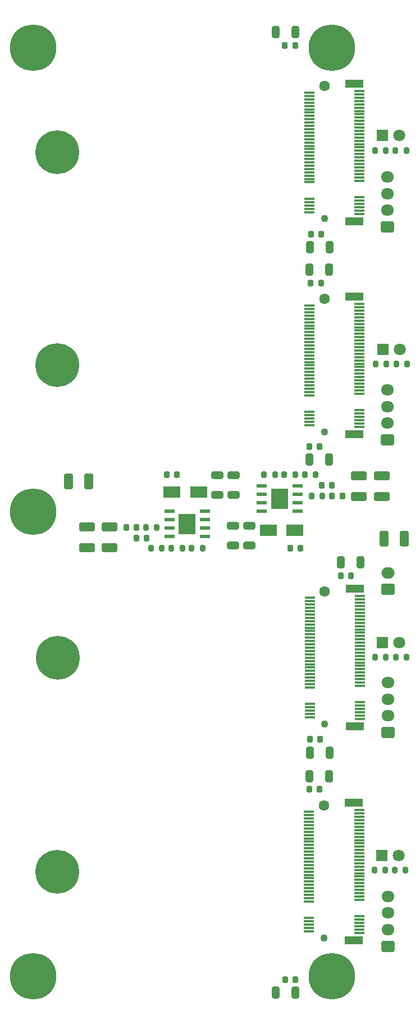
<source format=gbs>
%TF.GenerationSoftware,KiCad,Pcbnew,6.0.11-2627ca5db0~126~ubuntu20.04.1*%
%TF.CreationDate,2023-02-14T13:04:39+06:00*%
%TF.ProjectId,Router_Modems,526f7574-6572-45f4-9d6f-64656d732e6b,rev?*%
%TF.SameCoordinates,PX3975790PY2486960*%
%TF.FileFunction,Soldermask,Bot*%
%TF.FilePolarity,Negative*%
%FSLAX46Y46*%
G04 Gerber Fmt 4.6, Leading zero omitted, Abs format (unit mm)*
G04 Created by KiCad (PCBNEW 6.0.11-2627ca5db0~126~ubuntu20.04.1) date 2023-02-14 13:04:39*
%MOMM*%
%LPD*%
G01*
G04 APERTURE LIST*
G04 Aperture macros list*
%AMRoundRect*
0 Rectangle with rounded corners*
0 $1 Rounding radius*
0 $2 $3 $4 $5 $6 $7 $8 $9 X,Y pos of 4 corners*
0 Add a 4 corners polygon primitive as box body*
4,1,4,$2,$3,$4,$5,$6,$7,$8,$9,$2,$3,0*
0 Add four circle primitives for the rounded corners*
1,1,$1+$1,$2,$3*
1,1,$1+$1,$4,$5*
1,1,$1+$1,$6,$7*
1,1,$1+$1,$8,$9*
0 Add four rect primitives between the rounded corners*
20,1,$1+$1,$2,$3,$4,$5,0*
20,1,$1+$1,$4,$5,$6,$7,0*
20,1,$1+$1,$6,$7,$8,$9,0*
20,1,$1+$1,$8,$9,$2,$3,0*%
G04 Aperture macros list end*
%ADD10R,1.800000X1.800000*%
%ADD11C,1.800000*%
%ADD12C,7.000000*%
%ADD13RoundRect,0.250000X0.725000X-0.600000X0.725000X0.600000X-0.725000X0.600000X-0.725000X-0.600000X0*%
%ADD14O,1.950000X1.700000*%
%ADD15RoundRect,0.250000X0.750000X-0.600000X0.750000X0.600000X-0.750000X0.600000X-0.750000X-0.600000X0*%
%ADD16O,2.000000X1.700000*%
%ADD17RoundRect,0.225000X0.225000X0.250000X-0.225000X0.250000X-0.225000X-0.250000X0.225000X-0.250000X0*%
%ADD18RoundRect,0.250000X0.925000X-0.412500X0.925000X0.412500X-0.925000X0.412500X-0.925000X-0.412500X0*%
%ADD19RoundRect,0.200000X0.200000X0.275000X-0.200000X0.275000X-0.200000X-0.275000X0.200000X-0.275000X0*%
%ADD20RoundRect,0.250000X-0.325000X-0.650000X0.325000X-0.650000X0.325000X0.650000X-0.325000X0.650000X0*%
%ADD21C,6.600000*%
%ADD22C,1.600000*%
%ADD23C,1.100000*%
%ADD24R,1.550000X0.300000*%
%ADD25R,2.750000X1.200000*%
%ADD26RoundRect,0.200000X-0.200000X-0.275000X0.200000X-0.275000X0.200000X0.275000X-0.200000X0.275000X0*%
%ADD27RoundRect,0.225000X-0.225000X-0.250000X0.225000X-0.250000X0.225000X0.250000X-0.225000X0.250000X0*%
%ADD28RoundRect,0.250000X0.325000X0.650000X-0.325000X0.650000X-0.325000X-0.650000X0.325000X-0.650000X0*%
%ADD29RoundRect,0.250000X-0.650000X0.325000X-0.650000X-0.325000X0.650000X-0.325000X0.650000X0.325000X0*%
%ADD30R,2.500000X1.800000*%
%ADD31RoundRect,0.250000X0.650000X-0.325000X0.650000X0.325000X-0.650000X0.325000X-0.650000X-0.325000X0*%
%ADD32RoundRect,0.250000X0.412500X0.925000X-0.412500X0.925000X-0.412500X-0.925000X0.412500X-0.925000X0*%
%ADD33R,1.550000X0.600000*%
%ADD34R,2.600000X3.100000*%
%ADD35RoundRect,0.250000X-0.925000X0.412500X-0.925000X-0.412500X0.925000X-0.412500X0.925000X0.412500X0*%
%ADD36RoundRect,0.250000X-0.412500X-0.925000X0.412500X-0.925000X0.412500X0.925000X-0.412500X0.925000X0*%
G04 APERTURE END LIST*
D10*
%TO.C,D1*%
X52620000Y-89700000D03*
D11*
X55160000Y-89700000D03*
%TD*%
D12*
%TO.C,H1*%
X0Y0D03*
%TD*%
D10*
%TO.C,D3*%
X52595000Y-121800000D03*
D11*
X55135000Y-121800000D03*
%TD*%
D13*
%TO.C,X12*%
X53425000Y-59100000D03*
D14*
X53425000Y-56600000D03*
X53425000Y-54100000D03*
X53425000Y-51600000D03*
%TD*%
D13*
%TO.C,X13*%
X53425000Y-27000000D03*
D14*
X53425000Y-24500000D03*
X53425000Y-22000000D03*
X53425000Y-19500000D03*
%TD*%
D13*
%TO.C,X9*%
X53475000Y-135450000D03*
D14*
X53475000Y-132950000D03*
X53475000Y-130450000D03*
X53475000Y-127950000D03*
%TD*%
D10*
%TO.C,D5*%
X52770000Y-45500000D03*
D11*
X55310000Y-45500000D03*
%TD*%
D12*
%TO.C,H5*%
X45000000Y-140000000D03*
%TD*%
%TO.C,H4*%
X45000000Y0D03*
%TD*%
%TO.C,H3*%
X0Y-140000000D03*
%TD*%
%TO.C,H2*%
X0Y-70000000D03*
%TD*%
D15*
%TO.C,X2*%
X53525000Y-81675000D03*
D16*
X53525000Y-79175000D03*
%TD*%
D10*
%TO.C,D6*%
X52625000Y-13250000D03*
D11*
X55165000Y-13250000D03*
%TD*%
D13*
%TO.C,X8*%
X53475000Y-103200000D03*
D14*
X53475000Y-100700000D03*
X53475000Y-98200000D03*
X53475000Y-95700000D03*
%TD*%
D17*
%TO.C,C21*%
X45050000Y-65950000D03*
X43500000Y-65950000D03*
%TD*%
D18*
%TO.C,C24*%
X52550000Y-67637500D03*
X52550000Y-64562500D03*
%TD*%
D19*
%TO.C,R2*%
X25550000Y-75490000D03*
X23900000Y-75490000D03*
%TD*%
D20*
%TO.C,C34*%
X41725000Y-30100000D03*
X44675000Y-30100000D03*
%TD*%
D21*
%TO.C,N2*%
X3612500Y-124200000D03*
%TD*%
D22*
%TO.C,X5*%
X43862500Y-114200000D03*
D23*
X43862500Y-134200000D03*
D24*
X49137500Y-133450000D03*
X41587500Y-133200000D03*
X49137500Y-132950000D03*
X41587500Y-132700000D03*
X49137500Y-132450000D03*
X41587500Y-132200000D03*
X49137500Y-131950000D03*
X41587500Y-131700000D03*
X49137500Y-131450000D03*
X41587500Y-131200000D03*
X49137500Y-130950000D03*
X41587500Y-128700000D03*
X49137500Y-128450000D03*
X41587500Y-128200000D03*
X49137500Y-127950000D03*
X41587500Y-127700000D03*
X49137500Y-127450000D03*
X41587500Y-127200000D03*
X49137500Y-126950000D03*
X41587500Y-126700000D03*
X49137500Y-126450000D03*
X41587500Y-126200000D03*
X49137500Y-125950000D03*
X41587500Y-125700000D03*
X49137500Y-125450000D03*
X41587500Y-125200000D03*
X49137500Y-124950000D03*
X41587500Y-124700000D03*
X49137500Y-124450000D03*
X41587500Y-124200000D03*
X49137500Y-123950000D03*
X41587500Y-123700000D03*
X49137500Y-123450000D03*
X41587500Y-123200000D03*
X49137500Y-122950000D03*
X41587500Y-122700000D03*
X49137500Y-122450000D03*
X41587500Y-122200000D03*
X49137500Y-121950000D03*
X41587500Y-121700000D03*
X49137500Y-121450000D03*
X41587500Y-121200000D03*
X49137500Y-120950000D03*
X41587500Y-120700000D03*
X49137500Y-120450000D03*
X41587500Y-120200000D03*
X49137500Y-119950000D03*
X41587500Y-119700000D03*
X49137500Y-119450000D03*
X41587500Y-119200000D03*
X49137500Y-118950000D03*
X41587500Y-118700000D03*
X49137500Y-118450000D03*
X41587500Y-118200000D03*
X49137500Y-117950000D03*
X41587500Y-117700000D03*
X49137500Y-117450000D03*
X41587500Y-117200000D03*
X49137500Y-116950000D03*
X41587500Y-116700000D03*
X49137500Y-116450000D03*
X41587500Y-116200000D03*
X49137500Y-115950000D03*
X41587500Y-115700000D03*
X49137500Y-115450000D03*
X41587500Y-115200000D03*
X49137500Y-114950000D03*
D25*
X48362500Y-134550000D03*
X48362500Y-113850000D03*
%TD*%
D26*
%TO.C,R6*%
X17750000Y-75500000D03*
X19400000Y-75500000D03*
%TD*%
D27*
%TO.C,C28*%
X41617858Y-60100000D03*
X43167858Y-60100000D03*
%TD*%
D17*
%TO.C,C10*%
X21675000Y-64350000D03*
X20125000Y-64350000D03*
%TD*%
D28*
%TO.C,C2*%
X39525000Y-142450000D03*
X36575000Y-142450000D03*
%TD*%
D27*
%TO.C,C16*%
X41625000Y-111800000D03*
X43175000Y-111800000D03*
%TD*%
D19*
%TO.C,R11*%
X56400000Y-47650000D03*
X54750000Y-47650000D03*
%TD*%
D17*
%TO.C,C8*%
X15550000Y-72300000D03*
X14000000Y-72300000D03*
%TD*%
D29*
%TO.C,C19*%
X32550000Y-72100000D03*
X32550000Y-75050000D03*
%TD*%
D26*
%TO.C,R9*%
X34800000Y-64350000D03*
X36450000Y-64350000D03*
%TD*%
%TO.C,R8*%
X51425000Y-123950000D03*
X53075000Y-123950000D03*
%TD*%
D17*
%TO.C,C32*%
X39500000Y350000D03*
X37950000Y350000D03*
%TD*%
D30*
%TO.C,D2*%
X20925000Y-67015000D03*
X24925000Y-67015000D03*
%TD*%
D31*
%TO.C,C4*%
X30175000Y-67400000D03*
X30175000Y-64450000D03*
%TD*%
D27*
%TO.C,C9*%
X15575000Y-73900000D03*
X17125000Y-73900000D03*
%TD*%
D19*
%TO.C,R12*%
X42600000Y-64350000D03*
X40950000Y-64350000D03*
%TD*%
D20*
%TO.C,C25*%
X41675000Y-33500000D03*
X44625000Y-33500000D03*
%TD*%
D26*
%TO.C,R16*%
X51550000Y-15550000D03*
X53200000Y-15550000D03*
%TD*%
D27*
%TO.C,C20*%
X45050000Y-67550000D03*
X46600000Y-67550000D03*
%TD*%
D21*
%TO.C,N3*%
X3662500Y-47900000D03*
%TD*%
D20*
%TO.C,C17*%
X41675000Y-109800000D03*
X44625000Y-109800000D03*
%TD*%
D27*
%TO.C,C33*%
X41900000Y-28100000D03*
X43450000Y-28100000D03*
%TD*%
D18*
%TO.C,C26*%
X49100000Y-67637500D03*
X49100000Y-64562500D03*
%TD*%
D23*
%TO.C,X7*%
X43912500Y-57900000D03*
D22*
X43912500Y-37900000D03*
D24*
X49187500Y-57150000D03*
X41637500Y-56900000D03*
X49187500Y-56650000D03*
X41637500Y-56400000D03*
X49187500Y-56150000D03*
X41637500Y-55900000D03*
X49187500Y-55650000D03*
X41637500Y-55400000D03*
X49187500Y-55150000D03*
X41637500Y-54900000D03*
X49187500Y-54650000D03*
X41637500Y-52400000D03*
X49187500Y-52150000D03*
X41637500Y-51900000D03*
X49187500Y-51650000D03*
X41637500Y-51400000D03*
X49187500Y-51150000D03*
X41637500Y-50900000D03*
X49187500Y-50650000D03*
X41637500Y-50400000D03*
X49187500Y-50150000D03*
X41637500Y-49900000D03*
X49187500Y-49650000D03*
X41637500Y-49400000D03*
X49187500Y-49150000D03*
X41637500Y-48900000D03*
X49187500Y-48650000D03*
X41637500Y-48400000D03*
X49187500Y-48150000D03*
X41637500Y-47900000D03*
X49187500Y-47650000D03*
X41637500Y-47400000D03*
X49187500Y-47150000D03*
X41637500Y-46900000D03*
X49187500Y-46650000D03*
X41637500Y-46400000D03*
X49187500Y-46150000D03*
X41637500Y-45900000D03*
X49187500Y-45650000D03*
X41637500Y-45400000D03*
X49187500Y-45150000D03*
X41637500Y-44900000D03*
X49187500Y-44650000D03*
X41637500Y-44400000D03*
X49187500Y-44150000D03*
X41637500Y-43900000D03*
X49187500Y-43650000D03*
X41637500Y-43400000D03*
X49187500Y-43150000D03*
X41637500Y-42900000D03*
X49187500Y-42650000D03*
X41637500Y-42400000D03*
X49187500Y-42150000D03*
X41637500Y-41900000D03*
X49187500Y-41650000D03*
X41637500Y-41400000D03*
X49187500Y-41150000D03*
X41637500Y-40900000D03*
X49187500Y-40650000D03*
X41637500Y-40400000D03*
X49187500Y-40150000D03*
X41637500Y-39900000D03*
X49187500Y-39650000D03*
X41637500Y-39400000D03*
X49187500Y-39150000D03*
X41637500Y-38900000D03*
X49187500Y-38650000D03*
D25*
X48412500Y-58250000D03*
X48412500Y-37550000D03*
%TD*%
D31*
%TO.C,C6*%
X27775000Y-67400000D03*
X27775000Y-64450000D03*
%TD*%
D32*
%TO.C,C35*%
X8387500Y-65400000D03*
X5312500Y-65400000D03*
%TD*%
D26*
%TO.C,R10*%
X41950000Y-67550000D03*
X43600000Y-67550000D03*
%TD*%
D19*
%TO.C,R15*%
X56275000Y-15550000D03*
X54625000Y-15550000D03*
%TD*%
D28*
%TO.C,C31*%
X39500000Y2375000D03*
X36550000Y2375000D03*
%TD*%
D33*
%TO.C,U4*%
X34450000Y-69905000D03*
X34450000Y-68635000D03*
X34450000Y-67365000D03*
X34450000Y-66095000D03*
X39850000Y-66095000D03*
X39850000Y-67365000D03*
X39850000Y-68635000D03*
X39850000Y-69905000D03*
D34*
X37150000Y-68000000D03*
%TD*%
D19*
%TO.C,R13*%
X39525000Y-64350000D03*
X37875000Y-64350000D03*
%TD*%
D17*
%TO.C,C3*%
X39525000Y-140450000D03*
X37975000Y-140450000D03*
%TD*%
D27*
%TO.C,C22*%
X38725000Y-75450000D03*
X40275000Y-75450000D03*
%TD*%
D33*
%TO.C,U2*%
X25925000Y-69910000D03*
X25925000Y-71180000D03*
X25925000Y-72450000D03*
X25925000Y-73720000D03*
X20525000Y-73720000D03*
X20525000Y-72450000D03*
X20525000Y-71180000D03*
X20525000Y-69910000D03*
D34*
X23225000Y-71815000D03*
%TD*%
D30*
%TO.C,D4*%
X39450000Y-72775000D03*
X35450000Y-72775000D03*
%TD*%
D27*
%TO.C,C5*%
X46375000Y-79600000D03*
X47925000Y-79600000D03*
%TD*%
D21*
%TO.C,N1*%
X3662500Y-15800000D03*
%TD*%
D20*
%TO.C,C7*%
X46425000Y-77575000D03*
X49375000Y-77575000D03*
%TD*%
%TO.C,C13*%
X41725000Y-106300000D03*
X44675000Y-106300000D03*
%TD*%
D23*
%TO.C,X3*%
X43962500Y-101950000D03*
D22*
X43962500Y-81950000D03*
D24*
X49237500Y-101200000D03*
X41687500Y-100950000D03*
X49237500Y-100700000D03*
X41687500Y-100450000D03*
X49237500Y-100200000D03*
X41687500Y-99950000D03*
X49237500Y-99700000D03*
X41687500Y-99450000D03*
X49237500Y-99200000D03*
X41687500Y-98950000D03*
X49237500Y-98700000D03*
X41687500Y-96450000D03*
X49237500Y-96200000D03*
X41687500Y-95950000D03*
X49237500Y-95700000D03*
X41687500Y-95450000D03*
X49237500Y-95200000D03*
X41687500Y-94950000D03*
X49237500Y-94700000D03*
X41687500Y-94450000D03*
X49237500Y-94200000D03*
X41687500Y-93950000D03*
X49237500Y-93700000D03*
X41687500Y-93450000D03*
X49237500Y-93200000D03*
X41687500Y-92950000D03*
X49237500Y-92700000D03*
X41687500Y-92450000D03*
X49237500Y-92200000D03*
X41687500Y-91950000D03*
X49237500Y-91700000D03*
X41687500Y-91450000D03*
X49237500Y-91200000D03*
X41687500Y-90950000D03*
X49237500Y-90700000D03*
X41687500Y-90450000D03*
X49237500Y-90200000D03*
X41687500Y-89950000D03*
X49237500Y-89700000D03*
X41687500Y-89450000D03*
X49237500Y-89200000D03*
X41687500Y-88950000D03*
X49237500Y-88700000D03*
X41687500Y-88450000D03*
X49237500Y-88200000D03*
X41687500Y-87950000D03*
X49237500Y-87700000D03*
X41687500Y-87450000D03*
X49237500Y-87200000D03*
X41687500Y-86950000D03*
X49237500Y-86700000D03*
X41687500Y-86450000D03*
X49237500Y-86200000D03*
X41687500Y-85950000D03*
X49237500Y-85700000D03*
X41687500Y-85450000D03*
X49237500Y-85200000D03*
X41687500Y-84950000D03*
X49237500Y-84700000D03*
X41687500Y-84450000D03*
X49237500Y-84200000D03*
X41687500Y-83950000D03*
X49237500Y-83700000D03*
X41687500Y-83450000D03*
X49237500Y-83200000D03*
X41687500Y-82950000D03*
X49237500Y-82700000D03*
D25*
X48462500Y-102300000D03*
X48462500Y-81600000D03*
%TD*%
D19*
%TO.C,R5*%
X56125000Y-123950000D03*
X54475000Y-123950000D03*
%TD*%
%TO.C,R4*%
X18650000Y-72300000D03*
X17000000Y-72300000D03*
%TD*%
D26*
%TO.C,R7*%
X20825000Y-75490000D03*
X22475000Y-75490000D03*
%TD*%
D21*
%TO.C,N4*%
X3712500Y-91950000D03*
%TD*%
D35*
%TO.C,C12*%
X8075000Y-72262500D03*
X8075000Y-75337500D03*
%TD*%
D36*
%TO.C,C36*%
X52862500Y-74050000D03*
X55937500Y-74050000D03*
%TD*%
D26*
%TO.C,R14*%
X51625000Y-47650000D03*
X53275000Y-47650000D03*
%TD*%
D35*
%TO.C,C14*%
X11500000Y-72262500D03*
X11500000Y-75337500D03*
%TD*%
D19*
%TO.C,R1*%
X56300000Y-91850000D03*
X54650000Y-91850000D03*
%TD*%
D27*
%TO.C,C27*%
X41850000Y-35525000D03*
X43400000Y-35525000D03*
%TD*%
D29*
%TO.C,C18*%
X30125000Y-72100000D03*
X30125000Y-75050000D03*
%TD*%
D26*
%TO.C,R3*%
X51550000Y-91850000D03*
X53200000Y-91850000D03*
%TD*%
D20*
%TO.C,C29*%
X41625000Y-62100000D03*
X44575000Y-62100000D03*
%TD*%
D23*
%TO.C,X11*%
X43912500Y-25800000D03*
D22*
X43912500Y-5800000D03*
D24*
X49187500Y-25050000D03*
X41637500Y-24800000D03*
X49187500Y-24550000D03*
X41637500Y-24300000D03*
X49187500Y-24050000D03*
X41637500Y-23800000D03*
X49187500Y-23550000D03*
X41637500Y-23300000D03*
X49187500Y-23050000D03*
X41637500Y-22800000D03*
X49187500Y-22550000D03*
X41637500Y-20300000D03*
X49187500Y-20050000D03*
X41637500Y-19800000D03*
X49187500Y-19550000D03*
X41637500Y-19300000D03*
X49187500Y-19050000D03*
X41637500Y-18800000D03*
X49187500Y-18550000D03*
X41637500Y-18300000D03*
X49187500Y-18050000D03*
X41637500Y-17800000D03*
X49187500Y-17550000D03*
X41637500Y-17300000D03*
X49187500Y-17050000D03*
X41637500Y-16800000D03*
X49187500Y-16550000D03*
X41637500Y-16300000D03*
X49187500Y-16050000D03*
X41637500Y-15800000D03*
X49187500Y-15550000D03*
X41637500Y-15300000D03*
X49187500Y-15050000D03*
X41637500Y-14800000D03*
X49187500Y-14550000D03*
X41637500Y-14300000D03*
X49187500Y-14050000D03*
X41637500Y-13800000D03*
X49187500Y-13550000D03*
X41637500Y-13300000D03*
X49187500Y-13050000D03*
X41637500Y-12800000D03*
X49187500Y-12550000D03*
X41637500Y-12300000D03*
X49187500Y-12050000D03*
X41637500Y-11800000D03*
X49187500Y-11550000D03*
X41637500Y-11300000D03*
X49187500Y-11050000D03*
X41637500Y-10800000D03*
X49187500Y-10550000D03*
X41637500Y-10300000D03*
X49187500Y-10050000D03*
X41637500Y-9800000D03*
X49187500Y-9550000D03*
X41637500Y-9300000D03*
X49187500Y-9050000D03*
X41637500Y-8800000D03*
X49187500Y-8550000D03*
X41637500Y-8300000D03*
X49187500Y-8050000D03*
X41637500Y-7800000D03*
X49187500Y-7550000D03*
X41637500Y-7300000D03*
X49187500Y-7050000D03*
X41637500Y-6800000D03*
X49187500Y-6550000D03*
D25*
X48412500Y-26150000D03*
X48412500Y-5450000D03*
%TD*%
D27*
%TO.C,C15*%
X41725000Y-104286500D03*
X43275000Y-104286500D03*
%TD*%
M02*

</source>
